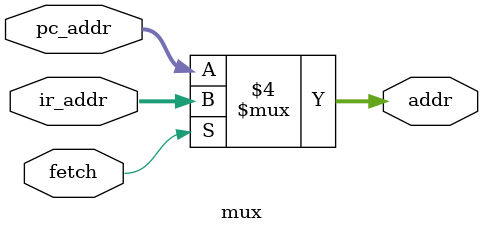
<source format=sv>
`timescale 1ns/100ps


module mux #(parameter ADDR_WIDTH = 5)
(
    input logic  [ADDR_WIDTH-1:0] ir_addr,
    input logic  [ADDR_WIDTH-1:0] pc_addr,
    input logic                   fetch,
    output logic [ADDR_WIDTH-1:0] addr
    
);

    always_comb begin
        if(fetch==1)
            addr <= ir_addr;
        else
            addr <= pc_addr;
    end

endmodule

</source>
